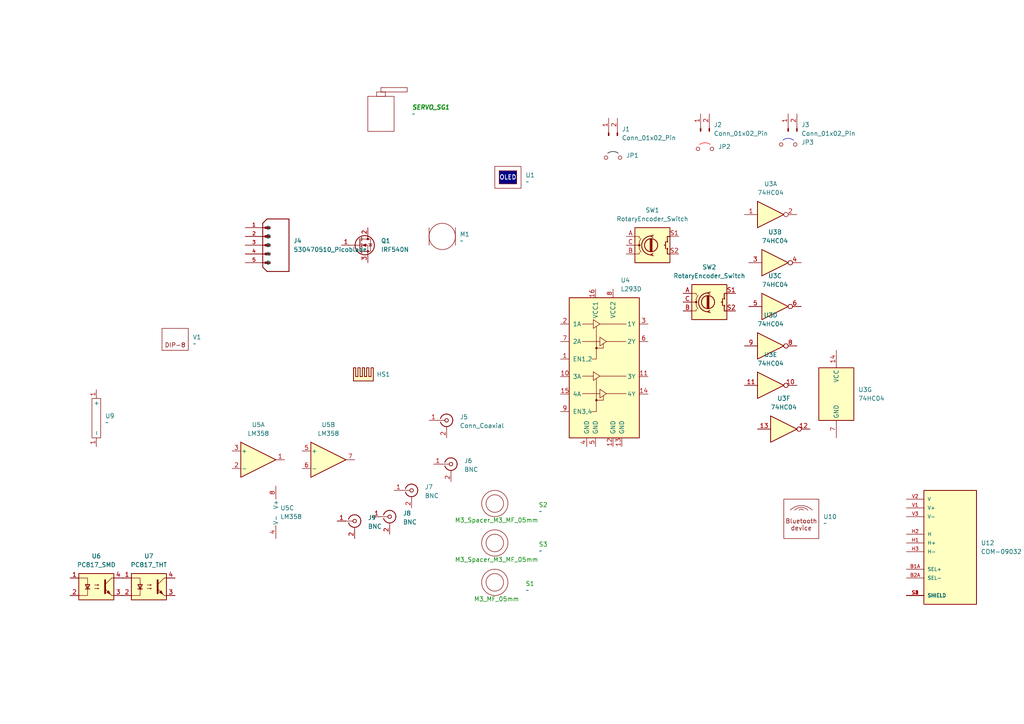
<source format=kicad_sch>
(kicad_sch (version 20231120) (generator "eeschema") (generator_version "8.0")
  (paper "A4")
  (lib_symbols
    (symbol "CREPP_AOP_THT:LM358" (pin_names (offset 0.127))
      (property "Reference" "U" (at 0 5.08 0))
      (property "Value" "LM358" (at 0 -5.08 0))
      (symbol "LM358_1_1"
        (polyline (pts (xy -5.08 5.08) (xy 5.08 0) (xy -5.08 -5.08) (xy -5.08 5.08)) (stroke (width 0.254)) (fill (type background)))
        (pin output line (at 7.62 0 180) (length 2.54) (name "~") (number "1"))
        (pin input line (at -7.62 -2.54 0) (length 2.54) (name "-") (number "2"))
        (pin input line (at -7.62 2.54 0) (length 2.54) (name "+") (number "3"))
      )
      (symbol "LM358_2_1"
        (polyline (pts (xy -5.08 5.08) (xy 5.08 0) (xy -5.08 -5.08) (xy -5.08 5.08)) (stroke (width 0.254)) (fill (type background)))
        (pin input line (at -7.62 2.54 0) (length 2.54) (name "+") (number "5"))
        (pin input line (at -7.62 -2.54 0) (length 2.54) (name "-") (number "6"))
        (pin output line (at 7.62 0 180) (length 2.54) (name "~") (number "7"))
      )
      (symbol "LM358_3_1"
        (pin power_in line (at -2.54 -7.62 90) (length 3.81) (name "V-") (number "4"))
        (pin power_in line (at -2.54 7.62 270) (length 3.81) (name "V+") (number "8"))
      )
    )
    (symbol "CREPP_Batteries:BK-18650-PC2_18650_Holder_THT [CREPP]"
      (property "Reference" "U" (at 0 -1.27 0))
      (symbol "BK-18650-PC2_18650_Holder_THT [CREPP]_0_1"
        (rectangle (start -1.27 2.54) (end 1.27 -8.89))
      )
      (symbol "BK-18650-PC2_18650_Holder_THT [CREPP]_1_1"
        (pin output line (at 0 5.08 270) (length 2.54) (name "+") (number "1"))
        (pin output line (at 0 -11.43 90) (length 2.54) (name "-") (number "1"))
      )
    )
    (symbol "CREPP_Bluetooth:Bluetooth HC-05 [CREPP_VIRTUAL]"
      (property "Reference" "U" (at -4.318 11.43 0))
      (symbol "Bluetooth HC-05 [CREPP_VIRTUAL]_0_1"
        (rectangle (start -5.08 10.16) (end 5.08 -1.27))
        (arc (start 0.635 6.985) (mid 0 7.248) (end -0.635 6.985))
        (arc (start 1.905 6.985) (mid 0 7.7741) (end -1.905 6.985))
        (arc (start 3.175 6.985) (mid 0 8.3001) (end -3.175 6.985))
      )
      (symbol "Bluetooth HC-05 [CREPP_VIRTUAL]_1_1"
        (text "Bluetooth\ndevice" (at 0 2.794 0) (effects (font (size 1.27 1.27))))
      )
    )
    (symbol "CREPP_Connectors_BNC:BNC" (pin_names (offset 1.016) hide)
      (property "Reference" "J" (at 0.254 3.048 0))
      (property "Value" "BNC" (at 2.921 0 90))
      (symbol "BNC_0_1"
        (arc (start -1.778 -0.508) (mid 0.2311 -1.8066) (end 1.778 0) (stroke (width 0.254)))
        (polyline (pts (xy -2.54 0) (xy -0.508 0)))
        (polyline (pts (xy 0 -2.54) (xy 0 -1.778)))
        (circle (center 0 0) (radius 0.508) (stroke (width 0.2032)))
        (arc (start 1.778 0) (mid 0.2099 1.8101) (end -1.778 0.508) (stroke (width 0.254)))
      )
      (symbol "BNC_1_1"
        (pin passive line (at -5.08 0 0) (length 2.54) (name "In") (number "1"))
        (pin passive line (at 0 -5.08 90) (length 2.54) (name "Ext") (number "2"))
      )
    )
    (symbol "CREPP_Connectors_PicoBlade:530470510_Picoblade" (pin_names (offset 1.016))
      (property "Reference" "J" (at 0 8.89 0))
      (property "Value" "530470510_Picoblade" (at 0 -10.16 0))
      (symbol "530470510_Picoblade_0_0"
        (polyline (pts (xy 0 -6.35) (xy 1.27 -7.62)) (stroke (width 0.254)))
        (polyline (pts (xy 0 -5.08) (xy 1.905 -5.08)) (stroke (width 0.254)))
        (polyline (pts (xy 0 -2.54) (xy 1.905 -2.54)) (stroke (width 0.254)))
        (polyline (pts (xy 0 0) (xy 1.905 0)) (stroke (width 0.254)))
        (polyline (pts (xy 0 2.54) (xy 1.905 2.54)) (stroke (width 0.254)))
        (polyline (pts (xy 0 5.08) (xy 1.905 5.08)) (stroke (width 0.254)))
        (polyline (pts (xy 0 6.35) (xy 0 -6.35)) (stroke (width 0.254)))
        (polyline (pts (xy 0 6.35) (xy 1.27 7.62)) (stroke (width 0.254)))
        (polyline (pts (xy 1.27 -7.62) (xy 7.62 -7.62)) (stroke (width 0.254)))
        (polyline (pts (xy 7.62 -7.62) (xy 7.62 7.62)) (stroke (width 0.254)))
        (polyline (pts (xy 7.62 7.62) (xy 1.27 7.62)) (stroke (width 0.254)))
        (rectangle (start 0.635 -5.3975) (end 2.2225 -4.7625) (stroke (width 0.1)) (fill (type outline)))
        (rectangle (start 0.635 -2.8575) (end 2.2225 -2.2225) (stroke (width 0.1)) (fill (type outline)))
        (rectangle (start 0.635 -0.3175) (end 2.2225 0.3175) (stroke (width 0.1)) (fill (type outline)))
        (rectangle (start 0.635 2.2225) (end 2.2225 2.8575) (stroke (width 0.1)) (fill (type outline)))
        (rectangle (start 0.635 4.7625) (end 2.2225 5.3975) (stroke (width 0.1)) (fill (type outline)))
        (pin passive line (at -5.08 5.08 0) (length 5.08) (name "1") (number "1"))
        (pin passive line (at -5.08 2.54 0) (length 5.08) (name "2") (number "2"))
        (pin passive line (at -5.08 0 0) (length 5.08) (name "3") (number "3"))
        (pin passive line (at -5.08 -2.54 0) (length 5.08) (name "4") (number "4"))
        (pin passive line (at -5.08 -5.08 0) (length 5.08) (name "5") (number "5"))
      )
    )
    (symbol "CREPP_Connectors_SMA:Conn_Coaxial" (pin_names (offset 1.016) hide)
      (property "Reference" "J" (at 0.254 3.048 0))
      (property "Value" "Conn_Coaxial" (at 2.921 0 90))
      (symbol "Conn_Coaxial_0_1"
        (arc (start -1.778 -0.508) (mid 0.2311 -1.8066) (end 1.778 0) (stroke (width 0.254)))
        (polyline (pts (xy -2.54 0) (xy -0.508 0)))
        (polyline (pts (xy 0 -2.54) (xy 0 -1.778)))
        (circle (center 0 0) (radius 0.508) (stroke (width 0.2032)))
        (arc (start 1.778 0) (mid 0.2099 1.8101) (end -1.778 0.508) (stroke (width 0.254)))
      )
      (symbol "Conn_Coaxial_1_1"
        (pin passive line (at -5.08 0 0) (length 2.54) (name "In") (number "1"))
        (pin passive line (at 0 -5.08 90) (length 2.54) (name "Ext") (number "2"))
      )
    )
    (symbol "CREPP_DIP:DIP-8-Device"
      (property "Reference" "V" (at 0 0 0))
      (symbol "DIP-8-Device_0_1"
        (rectangle (start -3.81 2.54) (end 3.81 -3.81))
      )
      (symbol "DIP-8-Device_1_1"
        (text "DIP-8" (at 0 -2.286 0) (effects (font (size 1.27 1.27))))
      )
    )
    (symbol "CREPP_Drivers_Motors:L293D_THT" (pin_names (offset 1.016))
      (property "Reference" "U" (at -5.08 26.035 0))
      (property "Value" "L293D" (at -5.08 24.13 0))
      (symbol "L293D_THT_0_1"
        (rectangle (start -10.16 22.86) (end 10.16 -17.78) (stroke (width 0.254)) (fill (type background)))
        (circle (center -2.286 -6.858) (radius 0.254) (fill (type outline)))
        (circle (center -2.286 8.255) (radius 0.254) (fill (type outline)))
        (polyline (pts (xy -6.35 -4.953) (xy -1.27 -4.953)))
        (polyline (pts (xy -6.35 0.127) (xy -3.175 0.127)))
        (polyline (pts (xy -6.35 10.16) (xy -1.27 10.16)))
        (polyline (pts (xy -6.35 15.24) (xy -3.175 15.24)))
        (polyline (pts (xy -1.27 0.127) (xy 6.35 0.127)))
        (polyline (pts (xy -1.27 15.24) (xy 6.35 15.24)))
        (polyline (pts (xy 0.635 -4.953) (xy 6.35 -4.953)))
        (polyline (pts (xy 0.635 10.16) (xy 6.35 10.16)))
        (polyline (pts (xy -2.286 -6.858) (xy -0.254 -6.858) (xy -0.254 -5.588)))
        (polyline (pts (xy -2.286 -0.635) (xy -2.286 -10.16) (xy -3.556 -10.16)))
        (polyline (pts (xy -2.286 8.255) (xy -0.254 8.255) (xy -0.254 9.525)))
        (polyline (pts (xy -2.286 14.478) (xy -2.286 5.08) (xy -3.556 5.08)))
        (polyline (pts (xy -3.175 1.397) (xy -3.175 -1.143) (xy -1.27 0.127) (xy -3.175 1.397)))
        (polyline (pts (xy -3.175 16.51) (xy -3.175 13.97) (xy -1.27 15.24) (xy -3.175 16.51)))
        (polyline (pts (xy -1.27 -3.683) (xy -1.27 -6.223) (xy 0.635 -4.953) (xy -1.27 -3.683)))
        (polyline (pts (xy -1.27 11.43) (xy -1.27 8.89) (xy 0.635 10.16) (xy -1.27 11.43)))
      )
      (symbol "L293D_THT_1_1"
        (pin input line (at -12.7 5.08 0) (length 2.54) (name "EN1,2") (number "1"))
        (pin input line (at -12.7 0 0) (length 2.54) (name "3A") (number "10"))
        (pin output line (at 12.7 0 180) (length 2.54) (name "3Y") (number "11"))
        (pin power_in line (at 2.54 -20.32 90) (length 2.54) (name "GND") (number "12"))
        (pin power_in line (at 5.08 -20.32 90) (length 2.54) (name "GND") (number "13"))
        (pin output line (at 12.7 -5.08 180) (length 2.54) (name "4Y") (number "14"))
        (pin input line (at -12.7 -5.08 0) (length 2.54) (name "4A") (number "15"))
        (pin power_in line (at -2.54 25.4 270) (length 2.54) (name "VCC1") (number "16"))
        (pin input line (at -12.7 15.24 0) (length 2.54) (name "1A") (number "2"))
        (pin output line (at 12.7 15.24 180) (length 2.54) (name "1Y") (number "3"))
        (pin power_in line (at -5.08 -20.32 90) (length 2.54) (name "GND") (number "4"))
        (pin power_in line (at -2.54 -20.32 90) (length 2.54) (name "GND") (number "5"))
        (pin output line (at 12.7 10.16 180) (length 2.54) (name "2Y") (number "6"))
        (pin input line (at -12.7 10.16 0) (length 2.54) (name "2A") (number "7"))
        (pin power_in line (at 2.54 25.4 270) (length 2.54) (name "VCC2") (number "8"))
        (pin input line (at -12.7 -10.16 0) (length 2.54) (name "EN3,4") (number "9"))
      )
    )
    (symbol "CREPP_GNSS:MAX-8Q"
      (property "Reference" "U" (at -10.16 16.51 0))
      (property "Value" "MAX-8Q" (at 11.43 16.51 0))
      (symbol "MAX-8Q_0_1"
        (rectangle (start 12.7 15.24) (end -12.7 -15.24) (stroke (width 0.254)) (fill (type background)))
      )
      (symbol "MAX-8Q_1_1"
        (pin power_in line (at 0 -17.78 90) (length 2.54) (name "GND") (number "1"))
        (pin passive line (at 0 -17.78 90) (length 2.54) hide (name "GND") (number "10"))
        (pin input line (at 15.24 0 180) (length 2.54) (name "RF_IN") (number "11"))
        (pin passive line (at 0 -17.78 90) (length 2.54) hide (name "GND") (number "12"))
        (pin output line (at 15.24 5.08 180) (length 2.54) (name "LNA_EN") (number "13"))
        (pin power_out line (at 5.08 17.78 270) (length 2.54) (name "VCC_RF") (number "14"))
        (pin no_connect line (at 12.7 -5.08 180) (length 2.54) hide (name "Reserved") (number "15"))
        (pin bidirectional line (at -15.24 2.54 0) (length 2.54) (name "SDA") (number "16"))
        (pin input line (at -15.24 0 0) (length 2.54) (name "SCL") (number "17"))
        (pin input line (at -15.24 -7.62 0) (length 2.54) (name "~{SAFEBOOT}") (number "18"))
        (pin output line (at -15.24 7.62 0) (length 2.54) (name "TXD") (number "2"))
        (pin input line (at -15.24 10.16 0) (length 2.54) (name "RXD") (number "3"))
        (pin output line (at 15.24 -7.62 180) (length 2.54) (name "TIMEPULSE") (number "4"))
        (pin input line (at -15.24 -5.08 0) (length 2.54) (name "EXTINT") (number "5"))
        (pin power_in line (at 0 17.78 270) (length 2.54) (name "V_BCKP") (number "6"))
        (pin power_in line (at -2.54 17.78 270) (length 2.54) (name "VCC_IO") (number "7"))
        (pin power_in line (at -5.08 17.78 270) (length 2.54) (name "VCC") (number "8"))
        (pin input line (at -15.24 -10.16 0) (length 2.54) (name "~{RESET}") (number "9"))
      )
    )
    (symbol "CREPP_GNSS:NEO-M8Q "
      (property "Reference" "U" (at -13.97 21.59 0))
      (property "Value" "NEO-M8Q " (at 11.43 21.59 0))
      (symbol "NEO-M8Q _0_1"
        (rectangle (start -15.24 20.32) (end 15.24 -20.32) (stroke (width 0.254)) (fill (type background)))
      )
      (symbol "NEO-M8Q _1_1"
        (pin input line (at -17.78 -12.7 0) (length 2.54) (name "~{SAFEBOOT}") (number "1"))
        (pin power_in line (at 0 -22.86 90) (length 2.54) (name "GND") (number "10"))
        (pin input line (at 17.78 0 180) (length 2.54) (name "RF_IN") (number "11"))
        (pin passive line (at 0 -22.86 90) (length 2.54) hide (name "GND") (number "12"))
        (pin passive line (at 0 -22.86 90) (length 2.54) hide (name "GND") (number "13"))
        (pin output line (at 17.78 5.08 180) (length 2.54) (name "LNA_EN") (number "14"))
        (pin no_connect line (at 15.24 -10.16 180) (length 2.54) hide (name "RESERVED") (number "15"))
        (pin no_connect line (at 15.24 -12.7 180) (length 2.54) hide (name "RESERVED") (number "16"))
        (pin no_connect line (at 15.24 -15.24 180) (length 2.54) hide (name "RESERVED") (number "17"))
        (pin bidirectional line (at -17.78 0 0) (length 2.54) (name "SDA/~{SPI_CS}") (number "18"))
        (pin input line (at -17.78 -2.54 0) (length 2.54) (name "SCL/SPI_CLK") (number "19"))
        (pin input line (at -17.78 -17.78 0) (length 2.54) (name "D_SEL") (number "2"))
        (pin output line (at -17.78 7.62 0) (length 2.54) (name "TXD/SPI_MISO") (number "20"))
        (pin input line (at -17.78 5.08 0) (length 2.54) (name "RXD/SPI_MOSI") (number "21"))
        (pin power_in line (at -2.54 22.86 270) (length 2.54) (name "V_BCKP") (number "22"))
        (pin power_in line (at -5.08 22.86 270) (length 2.54) (name "VCC") (number "23"))
        (pin passive line (at 0 -22.86 90) (length 2.54) hide (name "GND") (number "24"))
        (pin output line (at 17.78 -7.62 180) (length 2.54) (name "TIMEPULSE") (number "3"))
        (pin input line (at -17.78 -7.62 0) (length 2.54) (name "EXTINT") (number "4"))
        (pin bidirectional line (at -17.78 15.24 0) (length 2.54) (name "USB_DM") (number "5"))
        (pin bidirectional line (at -17.78 12.7 0) (length 2.54) (name "USB_DP") (number "6"))
        (pin power_in line (at 0 22.86 270) (length 2.54) (name "VDD_USB") (number "7"))
        (pin input line (at -17.78 -15.24 0) (length 2.54) (name "~{RESET}") (number "8"))
        (pin power_out line (at 5.08 22.86 270) (length 2.54) (name "VCC_RF") (number "9"))
      )
    )
    (symbol "CREPP_Heatsinks:Heatsink" (pin_names (offset 1.016)) (exclude_from_sim yes)
      (property "Reference" "HS" (at 0 5.08 0))
      (symbol "Heatsink_0_1"
        (polyline (pts (xy -0.3302 1.27) (xy -0.9652 1.27) (xy -0.9652 3.81) (xy -1.6002 3.81) (xy -1.6002 1.27) (xy -2.2352 1.27) (xy -2.2352 3.81) (xy -2.8702 3.81) (xy -2.8702 0) (xy -0.9652 0)) (stroke (width 0.254)) (fill (type background)))
        (polyline (pts (xy -0.3302 1.27) (xy -0.3302 3.81) (xy 0.3048 3.81) (xy 0.3048 1.27) (xy 0.9398 1.27) (xy 0.9398 3.81) (xy 1.5748 3.81) (xy 1.5748 1.27) (xy 2.2098 1.27) (xy 2.2098 3.81) (xy 2.8448 3.81) (xy 2.8448 0) (xy -0.9652 0)) (stroke (width 0.254)) (fill (type background)))
      )
    )
    (symbol "CREPP_Joysticks:COM-09032" (pin_names (offset 1.016))
      (property "Reference" "U" (at -7.62 16.002 0))
      (property "Value" "COM-09032" (at -7.62 -20.32 0))
      (symbol "COM-09032_0_0"
        (rectangle (start -7.62 -17.78) (end 7.62 15.24) (stroke (width 0.254)) (fill (type background)))
        (pin passive line (at -12.7 -7.62 0) (length 5.08) (name "SEL+") (number "B1A"))
        (pin passive line (at -12.7 -10.16 0) (length 5.08) (name "SEL-") (number "B2A"))
        (pin passive line (at -12.7 0 0) (length 5.08) (name "H+") (number "H1"))
        (pin passive line (at -12.7 2.54 0) (length 5.08) (name "H") (number "H2"))
        (pin passive line (at -12.7 -2.54 0) (length 5.08) (name "H-") (number "H3"))
        (pin passive line (at -12.7 -15.24 0) (length 5.08) (name "SHIELD") (number "S1"))
        (pin passive line (at -12.7 -15.24 0) (length 5.08) (name "SHIELD") (number "S2"))
        (pin passive line (at -12.7 -15.24 0) (length 5.08) (name "SHIELD") (number "S3"))
        (pin passive line (at -12.7 -15.24 0) (length 5.08) (name "SHIELD") (number "S4"))
        (pin passive line (at -12.7 10.16 0) (length 5.08) (name "V+") (number "V1"))
        (pin passive line (at -12.7 12.7 0) (length 5.08) (name "V") (number "V2"))
        (pin passive line (at -12.7 7.62 0) (length 5.08) (name "V-") (number "V3"))
      )
    )
    (symbol "CREPP_Jumpers:Jumper_2.54mm_black" (pin_numbers hide) (pin_names (offset 0) hide) (exclude_from_sim yes)
      (property "Reference" "JP" (at 0 2.794 0))
      (symbol "Jumper_2.54mm_black_0_0"
        (circle (center -2.032 0) (radius 0.508))
        (circle (center 2.032 0) (radius 0.508))
      )
      (symbol "Jumper_2.54mm_black_1_1"
        (arc (start 1.524 1.27) (mid 0 1.778) (end -1.524 1.27) (stroke (width 0) (color 0 0 0 1)))
      )
    )
    (symbol "CREPP_Jumpers:Jumper_2.54mm_blue" (pin_numbers hide) (pin_names (offset 0) hide) (exclude_from_sim yes)
      (property "Reference" "JP" (at 0 2.794 0))
      (symbol "Jumper_2.54mm_blue_0_0"
        (circle (center -2.032 0) (radius 0.508))
        (circle (center 2.032 0) (radius 0.508))
      )
      (symbol "Jumper_2.54mm_blue_1_1"
        (arc (start 1.524 1.27) (mid 0 1.778) (end -1.524 1.27) (stroke (width 0) (color 0 0 194 1)))
      )
    )
    (symbol "CREPP_Jumpers:Jumper_2.54mm_red" (pin_numbers hide) (pin_names (offset 0) hide) (exclude_from_sim yes)
      (property "Reference" "JP" (at 0 2.794 0))
      (symbol "Jumper_2.54mm_red_0_0"
        (circle (center -2.032 0) (radius 0.508))
        (circle (center 2.032 0) (radius 0.508))
      )
      (symbol "Jumper_2.54mm_red_1_1"
        (arc (start 1.524 1.27) (mid 0 1.778) (end -1.524 1.27) (stroke (width 0) (color 255 0 0 1)))
      )
    )
    (symbol "CREPP_Logic:74HC04_THT"
      (property "Reference" "U" (at 0 1.27 0))
      (property "Value" "74HC04" (at 0 -1.27 0))
      (symbol "74HC04_THT_1_0"
        (polyline (pts (xy -3.81 3.81) (xy -3.81 -3.81) (xy 3.81 0) (xy -3.81 3.81)) (stroke (width 0.254)) (fill (type background)))
        (pin input line (at -7.62 0 0) (length 3.81) (name "~") (number "1"))
        (pin output inverted (at 7.62 0 180) (length 3.81) (name "~") (number "2"))
      )
      (symbol "74HC04_THT_2_0"
        (polyline (pts (xy -3.81 3.81) (xy -3.81 -3.81) (xy 3.81 0) (xy -3.81 3.81)) (stroke (width 0.254)) (fill (type background)))
        (pin input line (at -7.62 0 0) (length 3.81) (name "~") (number "3"))
        (pin output inverted (at 7.62 0 180) (length 3.81) (name "~") (number "4"))
      )
      (symbol "74HC04_THT_3_0"
        (polyline (pts (xy -3.81 3.81) (xy -3.81 -3.81) (xy 3.81 0) (xy -3.81 3.81)) (stroke (width 0.254)) (fill (type background)))
        (pin input line (at -7.62 0 0) (length 3.81) (name "~") (number "5"))
        (pin output inverted (at 7.62 0 180) (length 3.81) (name "~") (number "6"))
      )
      (symbol "74HC04_THT_4_0"
        (polyline (pts (xy -3.81 3.81) (xy -3.81 -3.81) (xy 3.81 0) (xy -3.81 3.81)) (stroke (width 0.254)) (fill (type background)))
        (pin output inverted (at 7.62 0 180) (length 3.81) (name "~") (number "8"))
        (pin input line (at -7.62 0 0) (length 3.81) (name "~") (number "9"))
      )
      (symbol "74HC04_THT_5_0"
        (polyline (pts (xy -3.81 3.81) (xy -3.81 -3.81) (xy 3.81 0) (xy -3.81 3.81)) (stroke (width 0.254)) (fill (type background)))
        (pin output inverted (at 7.62 0 180) (length 3.81) (name "~") (number "10"))
        (pin input line (at -7.62 0 0) (length 3.81) (name "~") (number "11"))
      )
      (symbol "74HC04_THT_6_0"
        (polyline (pts (xy -3.81 3.81) (xy -3.81 -3.81) (xy 3.81 0) (xy -3.81 3.81)) (stroke (width 0.254)) (fill (type background)))
        (pin output inverted (at 7.62 0 180) (length 3.81) (name "~") (number "12"))
        (pin input line (at -7.62 0 0) (length 3.81) (name "~") (number "13"))
      )
      (symbol "74HC04_THT_7_0"
        (pin power_in line (at 0 12.7 270) (length 5.08) (name "VCC") (number "14"))
        (pin power_in line (at 0 -12.7 90) (length 5.08) (name "GND") (number "7"))
      )
      (symbol "74HC04_THT_7_1"
        (rectangle (start -5.08 7.62) (end 5.08 -7.62) (stroke (width 0.254)) (fill (type background)))
      )
    )
    (symbol "CREPP_Motors:Motor_3V_6V"
      (property "Reference" "M" (at 0 0 0))
      (symbol "Motor_3V_6V_0_1"
        (polyline (pts (xy -3.81 2.54) (xy -3.81 -2.54)))
        (polyline (pts (xy 3.81 2.54) (xy 3.81 -2.54)))
        (circle (center 0 0) (radius 3.81))
      )
    )
    (symbol "CREPP_Optocoupler:PC817_SMD" (pin_names (offset 1.016))
      (property "Reference" "U" (at -5.08 5.08 0))
      (property "Value" "PC817_SMD" (at 0 5.08 0))
      (symbol "PC817_SMD_0_1"
        (rectangle (start -5.08 3.81) (end 5.08 -3.81) (stroke (width 0.254)) (fill (type background)))
        (polyline (pts (xy -3.175 -0.635) (xy -1.905 -0.635)) (stroke (width 0.254)))
        (polyline (pts (xy 2.54 0.635) (xy 4.445 2.54)))
        (polyline (pts (xy 4.445 -2.54) (xy 2.54 -0.635)) (fill (type outline)))
        (polyline (pts (xy 4.445 -2.54) (xy 5.08 -2.54)))
        (polyline (pts (xy 4.445 2.54) (xy 5.08 2.54)))
        (polyline (pts (xy -5.08 2.54) (xy -2.54 2.54) (xy -2.54 -0.635)))
        (polyline (pts (xy -2.54 -0.635) (xy -2.54 -2.54) (xy -5.08 -2.54)))
        (polyline (pts (xy 2.54 1.905) (xy 2.54 -1.905) (xy 2.54 -1.905)) (stroke (width 0.508)))
        (polyline (pts (xy -2.54 -0.635) (xy -3.175 0.635) (xy -1.905 0.635) (xy -2.54 -0.635)) (stroke (width 0.254)))
        (polyline (pts (xy -0.508 -0.508) (xy 0.762 -0.508) (xy 0.381 -0.635) (xy 0.381 -0.381) (xy 0.762 -0.508)))
        (polyline (pts (xy -0.508 0.508) (xy 0.762 0.508) (xy 0.381 0.381) (xy 0.381 0.635) (xy 0.762 0.508)))
        (polyline (pts (xy 3.048 -1.651) (xy 3.556 -1.143) (xy 4.064 -2.159) (xy 3.048 -1.651) (xy 3.048 -1.651)) (fill (type outline)))
      )
      (symbol "PC817_SMD_1_1"
        (pin passive line (at -7.62 2.54 0) (length 2.54) (name "~") (number "1"))
        (pin passive line (at -7.62 -2.54 0) (length 2.54) (name "~") (number "2"))
        (pin passive line (at 7.62 -2.54 180) (length 2.54) (name "~") (number "3"))
        (pin passive line (at 7.62 2.54 180) (length 2.54) (name "~") (number "4"))
      )
    )
    (symbol "CREPP_Optocoupler:PC817_THT" (pin_names (offset 1.016))
      (property "Reference" "U" (at -5.08 5.08 0))
      (property "Value" "PC817_THT" (at 0 5.08 0))
      (symbol "PC817_THT_0_1"
        (rectangle (start -5.08 3.81) (end 5.08 -3.81) (stroke (width 0.254)) (fill (type background)))
        (polyline (pts (xy -3.175 -0.635) (xy -1.905 -0.635)) (stroke (width 0.254)))
        (polyline (pts (xy 2.54 0.635) (xy 4.445 2.54)))
        (polyline (pts (xy 4.445 -2.54) (xy 2.54 -0.635)) (fill (type outline)))
        (polyline (pts (xy 4.445 -2.54) (xy 5.08 -2.54)))
        (polyline (pts (xy 4.445 2.54) (xy 5.08 2.54)))
        (polyline (pts (xy -5.08 2.54) (xy -2.54 2.54) (xy -2.54 -0.635)))
        (polyline (pts (xy -2.54 -0.635) (xy -2.54 -2.54) (xy -5.08 -2.54)))
        (polyline (pts (xy 2.54 1.905) (xy 2.54 -1.905) (xy 2.54 -1.905)) (stroke (width 0.508)))
        (polyline (pts (xy -2.54 -0.635) (xy -3.175 0.635) (xy -1.905 0.635) (xy -2.54 -0.635)) (stroke (width 0.254)))
        (polyline (pts (xy -0.508 -0.508) (xy 0.762 -0.508) (xy 0.381 -0.635) (xy 0.381 -0.381) (xy 0.762 -0.508)))
        (polyline (pts (xy -0.508 0.508) (xy 0.762 0.508) (xy 0.381 0.381) (xy 0.381 0.635) (xy 0.762 0.508)))
        (polyline (pts (xy 3.048 -1.651) (xy 3.556 -1.143) (xy 4.064 -2.159) (xy 3.048 -1.651) (xy 3.048 -1.651)) (fill (type outline)))
      )
      (symbol "PC817_THT_1_1"
        (pin passive line (at -7.62 2.54 0) (length 2.54) (name "~") (number "1"))
        (pin passive line (at -7.62 -2.54 0) (length 2.54) (name "~") (number "2"))
        (pin passive line (at 7.62 -2.54 180) (length 2.54) (name "~") (number "3"))
        (pin passive line (at 7.62 2.54 180) (length 2.54) (name "~") (number "4"))
      )
    )
    (symbol "CREPP_RotaryEncoders:RotaryEncoder_Switch" (pin_names (offset 0.254) hide)
      (property "Reference" "SW" (at 0 6.604 0))
      (property "Value" "RotaryEncoder_Switch" (at 0 -6.604 0))
      (symbol "RotaryEncoder_Switch_0_1"
        (rectangle (start -5.08 5.08) (end 5.08 -5.08) (stroke (width 0.254)) (fill (type background)))
        (circle (center -3.81 0) (radius 0.254) (fill (type outline)))
        (circle (center -0.381 0) (radius 1.905) (stroke (width 0.254)))
        (arc (start -0.381 2.667) (mid -3.0988 -0.0635) (end -0.381 -2.794) (stroke (width 0.254)))
        (polyline (pts (xy -0.635 -1.778) (xy -0.635 1.778)) (stroke (width 0.254)))
        (polyline (pts (xy -0.381 -1.778) (xy -0.381 1.778)) (stroke (width 0.254)))
        (polyline (pts (xy -0.127 1.778) (xy -0.127 -1.778)) (stroke (width 0.254)))
        (polyline (pts (xy 3.81 0) (xy 3.429 0)) (stroke (width 0.254)))
        (polyline (pts (xy 3.81 1.016) (xy 3.81 -1.016)) (stroke (width 0.254)))
        (polyline (pts (xy -5.08 -2.54) (xy -3.81 -2.54) (xy -3.81 -2.032)))
        (polyline (pts (xy -5.08 2.54) (xy -3.81 2.54) (xy -3.81 2.032)))
        (polyline (pts (xy 0.254 -3.048) (xy -0.508 -2.794) (xy 0.127 -2.413)) (stroke (width 0.254)))
        (polyline (pts (xy 0.254 2.921) (xy -0.508 2.667) (xy 0.127 2.286)) (stroke (width 0.254)))
        (polyline (pts (xy 5.08 -2.54) (xy 4.318 -2.54) (xy 4.318 -1.016)) (stroke (width 0.254)))
        (polyline (pts (xy 5.08 2.54) (xy 4.318 2.54) (xy 4.318 1.016)) (stroke (width 0.254)))
        (polyline (pts (xy -5.08 0) (xy -3.81 0) (xy -3.81 -1.016) (xy -3.302 -2.032)))
        (polyline (pts (xy -4.318 0) (xy -3.81 0) (xy -3.81 1.016) (xy -3.302 2.032)))
        (circle (center 4.318 -1.016) (radius 0.127) (stroke (width 0.254)))
        (circle (center 4.318 1.016) (radius 0.127) (stroke (width 0.254)))
      )
      (symbol "RotaryEncoder_Switch_1_1"
        (pin passive line (at -7.62 2.54 0) (length 2.54) (name "A") (number "A"))
        (pin passive line (at -7.62 -2.54 0) (length 2.54) (name "B") (number "B"))
        (pin passive line (at -7.62 0 0) (length 2.54) (name "C") (number "C"))
        (pin passive line (at 7.62 2.54 180) (length 2.54) (name "S1") (number "S1"))
        (pin passive line (at 7.62 -2.54 180) (length 2.54) (name "S2") (number "S2"))
      )
    )
    (symbol "CREPP_Screens:OLED_SSD1306_0.96"
      (property "Reference" "OLED" (at -3.302 4.826 0))
      (symbol "OLED_SSD1306_0.96_0_1"
        (rectangle (start -3.81 3.81) (end 3.81 -2.54))
      )
      (symbol "OLED_SSD1306_0.96_1_1"
        (text "OLED" (at 0 0.762 0) (effects (font (size 1.27 1.27))))
        (text_box "OLED" (at -2.54 2.54 0) (size 5.08 -3.81) (fill (type color) (color 0 0 132 1)) (effects (font (size 1.27 1.27))))
      )
    )
    (symbol "CREPP_Servomotors:Servomotor_SG90" (exclude_from_sim yes)
      (property "Reference" "SERVO_SG90" (at -0.254 -5.334 0))
      (symbol "Servomotor_SG90_0_1"
        (rectangle (start -3.81 -3.81) (end 3.81 6.35))
        (polyline (pts (xy 0 7.62) (xy 7.62 7.62) (xy 7.62 8.89) (xy 0 8.89) (xy 0 7.62)))
        (polyline (pts (xy 0 7.62) (xy -1.27 7.62) (xy -1.27 6.35) (xy 1.27 6.35) (xy 1.27 7.62) (xy 0 7.62)))
      )
    )
    (symbol "CREPP_Spacers:Spacer_M3_05mm_MF"
      (property "Reference" "S" (at 0 0 0))
      (symbol "Spacer_M3_05mm_MF_0_1"
        (circle (center 0 0) (radius 2.54))
        (circle (center 0 0) (radius 3.81))
      )
      (symbol "Spacer_M3_05mm_MF_1_1"
        (text "M3_MF_05mm" (at 0.508 -4.826 0) (effects (font (size 1.27 1.27))))
      )
    )
    (symbol "CREPP_Spacers:Spacer_M3_Parametric"
      (property "Reference" "S" (at 0 0 0))
      (symbol "Spacer_M3_Parametric_0_1"
        (circle (center 0 0) (radius 2.54))
        (circle (center 0 0) (radius 3.81))
      )
      (symbol "Spacer_M3_Parametric_1_1"
        (text "M3_${FOOTPRINT_NAME}" (at 0.508 -4.826 0) (effects (font (size 1.27 1.27))))
      )
    )
    (symbol "Connector:Conn_01x02_Pin" (pin_names (offset 1.016) hide)
      (property "Reference" "J" (at 0 2.54 0))
      (property "Value" "Conn_01x02_Pin" (at 0 -5.08 0))
      (symbol "Conn_01x02_Pin_1_1"
        (polyline (pts (xy 1.27 -2.54) (xy 0.8636 -2.54)) (stroke (width 0.1524)))
        (polyline (pts (xy 1.27 0) (xy 0.8636 0)) (stroke (width 0.1524)))
        (rectangle (start 0.8636 -2.413) (end 0 -2.667) (stroke (width 0.1524)) (fill (type outline)))
        (rectangle (start 0.8636 0.127) (end 0 -0.127) (stroke (width 0.1524)) (fill (type outline)))
        (pin passive line (at 5.08 0 180) (length 3.81) (name "Pin_1") (number "1"))
        (pin passive line (at 5.08 -2.54 180) (length 3.81) (name "Pin_2") (number "2"))
      )
    )
    (symbol "Transistor_FET:IRF540N" (pin_names hide)
      (property "Reference" "Q" (at 5.08 1.905 0))
      (property "Value" "IRF540N" (at 5.08 0 0))
      (symbol "IRF540N_0_1"
        (polyline (pts (xy 0.254 0) (xy -2.54 0)))
        (polyline (pts (xy 0.254 1.905) (xy 0.254 -1.905)) (stroke (width 0.254)))
        (polyline (pts (xy 0.762 -1.27) (xy 0.762 -2.286)) (stroke (width 0.254)))
        (polyline (pts (xy 0.762 0.508) (xy 0.762 -0.508)) (stroke (width 0.254)))
        (polyline (pts (xy 0.762 2.286) (xy 0.762 1.27)) (stroke (width 0.254)))
        (polyline (pts (xy 2.54 2.54) (xy 2.54 1.778)))
        (polyline (pts (xy 2.54 -2.54) (xy 2.54 0) (xy 0.762 0)))
        (polyline (pts (xy 0.762 -1.778) (xy 3.302 -1.778) (xy 3.302 1.778) (xy 0.762 1.778)))
        (polyline (pts (xy 1.016 0) (xy 2.032 0.381) (xy 2.032 -0.381) (xy 1.016 0)) (fill (type outline)))
        (polyline (pts (xy 2.794 0.508) (xy 2.921 0.381) (xy 3.683 0.381) (xy 3.81 0.254)))
        (polyline (pts (xy 3.302 0.381) (xy 2.921 -0.254) (xy 3.683 -0.254) (xy 3.302 0.381)))
        (circle (center 1.651 0) (radius 2.794) (stroke (width 0.254)))
        (circle (center 2.54 -1.778) (radius 0.254) (fill (type outline)))
        (circle (center 2.54 1.778) (radius 0.254) (fill (type outline)))
      )
      (symbol "IRF540N_1_1"
        (pin input line (at -5.08 0 0) (length 2.54) (name "G") (number "1"))
        (pin passive line (at 2.54 5.08 270) (length 2.54) (name "D") (number "2"))
        (pin passive line (at 2.54 -5.08 90) (length 2.54) (name "S") (number "3"))
      )
    )
  )
  (symbol (lib_id "CREPP_Servomotors:Servomotor_SG90") (at 110.49 34.29 0) (unit 1) (exclude_from_sim yes)
    (property "Reference" "SERVO_SG1" (at 119.38 31.115 0) (effects (font (bold yes) (italic yes)) (justify left)))
    (property "Value" "~" (at 119.38 33.02 0) (effects (justify left)))
    (property "Footprint" "CREPP_Servo:SG90_Servo" (effects (hide yes)))
    (property "Datasheet" "https://www.friendlywire.com/projects/ne555-servo-safe/SG90-datasheet.pdf" (effects (hide yes)))
  )
  (symbol (lib_id "Connector:Conn_01x02_Pin") (at 228.6 38.1 90) (unit 1)
    (property "Reference" "J3" (at 232.41 36.1949 90) (effects (justify right)))
    (property "Value" "Conn_01x02_Pin" (at 232.41 38.7349 90) (effects (justify right)))
    (property "Footprint" "Connector_PinHeader_2.54mm:PinHeader_1x02_P2.54mm_Vertical" (effects (hide yes)))
    (property "Description" "Generic connector, single row, 01x02, script generated" (effects (hide yes)))
  )
  (symbol (lib_id "CREPP_Optocoupler:PC817_SMD") (at 27.94 170.18 0) (unit 1)
    (property "Reference" "U6" (at 27.94 161.29 0))
    (property "Value" "PC817_SMD" (at 27.94 163.83 0))
    (property "Footprint" "Package_DIP:SMDIP-4_W9.53mm" (effects (hide yes)))
    (property "Datasheet" "http://www.soselectronic.cz/a_info/resource/d/pc817.pdf" (effects (hide yes)))
    (property "Description" "DC Optocoupler, Vce 35V, CTR 50-300%, SMDIP-4" (effects (hide yes)))
  )
  (symbol (lib_id "CREPP_GNSS:NEO-M8Q ") (at -19.05 33.02 0) (unit 1)
    (property "Reference" "U8" (at -16.8559 55.88 0) (effects (justify left)))
    (property "Value" "NEO-M8Q " (at -16.8559 58.42 0) (effects (justify left)))
    (property "Footprint" "CREPP_GNSS:ublox_NEO" (effects (hide yes)))
    (property "Datasheet" "https://content.u-blox.com/sites/default/files/NEO-M8-FW3_DataSheet_UBX-15031086.pdf" (effects (hide yes)))
    (property "Description" "GNSS Module NEO M8, VCC 2.7V to 3.6V" (effects (hide yes)))
  )
  (symbol (lib_id "CREPP_DIP:DIP-8-Device") (at 50.8 97.79 0) (unit 1)
    (property "Reference" "V1" (at 55.88 97.7899 0) (effects (justify left)))
    (property "Value" "~" (at 55.88 99.695 0) (effects (justify left)))
    (property "Footprint" "CREPP_DIP:DIP-8_W7.62mm" (effects (hide yes)))
  )
  (symbol (lib_id "CREPP_Spacers:Spacer_M3_05mm_MF") (at 143.51 168.91 0) (unit 1)
    (property "Reference" "S1" (at 152.4 169.2937 0) (effects (justify left)))
    (property "Value" "~" (at 152.4 171.1988 0) (effects (justify left)))
    (property "Footprint" "CREPP_Spacers:Spacer_M3_MF_05mm" (effects (hide yes)))
  )
  (symbol (lib_id "CREPP_AOP_THT:LM358") (at 74.93 133.35 0) (unit 1)
    (property "Reference" "U5" (at 74.93 123.19 0))
    (property "Value" "LM358" (at 74.93 125.73 0))
    (property "Footprint" "Package_DIP:DIP-8_W7.62mm_Socket" (effects (hide yes)))
    (property "Datasheet" "http://www.ti.com/lit/ds/symlink/lm2904-n.pdf" (effects (hide yes)))
    (property "Description" "Low-Power, Dual Operational Amplifiers, DIP-8/SOIC-8/TO-99-8" (effects (hide yes)))
  )
  (symbol (lib_id "CREPP_Logic:74HC04_THT") (at 223.52 62.23 0) (unit 1)
    (property "Reference" "U3" (at 223.52 53.34 0))
    (property "Value" "74HC04" (at 223.52 55.88 0))
    (property "Footprint" "Package_DIP:DIP-14_W7.62mm_Socket" (effects (hide yes)))
    (property "Datasheet" "https://assets.nexperia.com/documents/data-sheet/74HC_HCT04.pdf" (effects (hide yes)))
    (property "Description" "Hex Inverter" (effects (hide yes)))
  )
  (symbol (lib_id "CREPP_Jumpers:Jumper_2.54mm_blue") (at 228.6 41.91 0) (unit 1) (exclude_from_sim yes)
    (property "Reference" "JP3" (at 232.41 41.2749 0) (effects (justify left)))
    (property "Value" "Jumper_2.54mm_blue" (effects (hide yes)))
    (property "Footprint" "CREPP_Jumpers:Jumper_2.54mm_blue" (effects (hide yes)))
    (property "Description" "Jumper, 2-pole, open" (effects (hide yes)))
  )
  (symbol (lib_id "Connector:Conn_01x02_Pin") (at 203.2 38.1 90) (unit 1)
    (property "Reference" "J2" (at 207.01 36.1949 90) (effects (justify right)))
    (property "Value" "Conn_01x02_Pin" (at 207.01 38.7349 90) (effects (justify right)))
    (property "Footprint" "Connector_PinHeader_2.54mm:PinHeader_1x02_P2.54mm_Vertical" (effects (hide yes)))
    (property "Description" "Generic connector, single row, 01x02, script generated" (effects (hide yes)))
  )
  (symbol (lib_id "CREPP_Logic:74HC04_THT") (at 242.57 114.3 0) (unit 7)
    (property "Reference" "U3" (at 248.92 113.0299 0) (effects (justify left)))
    (property "Value" "74HC04" (at 248.92 115.5699 0) (effects (justify left)))
    (property "Footprint" "Package_DIP:DIP-14_W7.62mm_Socket" (effects (hide yes)))
    (property "Datasheet" "https://assets.nexperia.com/documents/data-sheet/74HC_HCT04.pdf" (effects (hide yes)))
    (property "Description" "Hex Inverter" (effects (hide yes)))
  )
  (symbol (lib_id "CREPP_Joysticks:COM-09032") (at -22.86 139.7 0) (unit 1)
    (property "Reference" "U2" (at -12.7 139.6999 0) (effects (justify left)))
    (property "Value" "COM-09032" (at -12.7 142.2399 0) (effects (justify left)))
    (property "Footprint" "CREPP_Joysticks:XDCR_COM-09032" (effects (hide yes)))
    (property "MF" "SparkFun Electronics" (effects (hide yes)))
    (property "MAXIMUM_PACKAGE_HEIGHT" "30.1mm" (effects (hide yes)))
    (property "Package" "Package" (effects (hide yes)))
    (property "Price" "None" (effects (hide yes)))
    (property "Check_prices" "https://www.snapeda.com/parts/COM-09032/SparkFun/view-part/?ref=eda" (effects (hide yes)))
    (property "STANDARD" "Manufacturer Recommendations" (effects (hide yes)))
    (property "PARTREV" "N/A" (effects (hide yes)))
    (property "SnapEDA_Link" "https://www.snapeda.com/parts/COM-09032/SparkFun/view-part/?ref=snap" (effects (hide yes)))
    (property "MP" "COM-09032" (effects (hide yes)))
    (property "Description_1" "\n                        \n                            Joystick, 2 - Axis Analog (Resistive) Output\n                        \n" (effects (hide yes)))
    (property "Availability" "In Stock" (effects (hide yes)))
    (property "MANUFACTURER" "SparkFun Electronics" (effects (hide yes)))
  )
  (symbol (lib_id "CREPP_Jumpers:Jumper_2.54mm_black") (at 177.8 45.72 0) (unit 1) (exclude_from_sim yes)
    (property "Reference" "JP1" (at 181.61 45.0849 0) (effects (justify left)))
    (property "Value" "Jumper_2.54mm_black" (effects (hide yes)))
    (property "Footprint" "CREPP_Jumpers:Jumper_2.54mm_black" (effects (hide yes)))
    (property "Description" "Jumper, 2-pole, open" (effects (hide yes)))
  )
  (symbol (lib_id "CREPP_GNSS:MAX-8Q") (at -20.32 82.55 0) (unit 1)
    (property "Reference" "U11" (at -18.1259 100.33 0) (effects (justify left)))
    (property "Value" "MAX-8Q" (at -18.1259 102.87 0) (effects (justify left)))
    (property "Footprint" "CREPP_GNSS:ublox_MAX" (effects (hide yes)))
    (property "Datasheet" "https://www.u-blox.com/sites/default/files/MAX-8_DataSheet_%28UBX-16000093%29.pdf" (effects (hide yes)))
    (property "Description" "GNSS Module M8, VCC 2.7V to 3.6V" (effects (hide yes)))
  )
  (symbol (lib_id "CREPP_Logic:74HC04_THT") (at 227.33 124.46 0) (unit 6)
    (property "Reference" "U3" (at 227.33 115.57 0))
    (property "Value" "74HC04" (at 227.33 118.11 0))
    (property "Footprint" "Package_DIP:DIP-14_W7.62mm_Socket" (effects (hide yes)))
    (property "Datasheet" "https://assets.nexperia.com/documents/data-sheet/74HC_HCT04.pdf" (effects (hide yes)))
    (property "Description" "Hex Inverter" (effects (hide yes)))
  )
  (symbol (lib_id "CREPP_Spacers:Spacer_M3_Parametric") (at 143.51 146.05 0) (unit 1)
    (property "Reference" "S2" (at 156.21 146.4337 0) (effects (justify left)))
    (property "Value" "~" (at 156.21 148.3388 0) (effects (justify left)))
    (property "Footprint" "CREPP_Spacers:Spacer_M3_MF_05mm" (effects (hide yes)))
  )
  (symbol (lib_id "CREPP_Connectors_BNC:BNC") (at 119.38 142.24 0) (unit 1)
    (property "Reference" "J7" (at 123.19 141.2631 0) (effects (justify left)))
    (property "Value" "BNC" (at 123.19 143.8031 0) (effects (justify left)))
    (property "Footprint" "Connector_Coaxial:BNC_Amphenol_B6252HB-NPP3G-50_Horizontal" (effects (hide yes)))
    (property "Datasheet" " ~" (effects (hide yes)))
    (property "Description" "coaxial connector (BNC, SMA, SMB, SMC, Cinch/RCA, LEMO, ...)" (effects (hide yes)))
  )
  (symbol (lib_id "CREPP_Spacers:Spacer_M3_Parametric") (at 143.51 157.48 0) (unit 1)
    (property "Reference" "S3" (at 156.21 157.8637 0) (effects (justify left)))
    (property "Value" "~" (at 156.21 159.7688 0) (effects (justify left)))
    (property "Footprint" "CREPP_Spacers:Spacer_M3_MF_05mm" (effects (hide yes)))
  )
  (symbol (lib_id "CREPP_Optocoupler:PC817_THT") (at 43.18 170.18 0) (unit 1)
    (property "Reference" "U7" (at 43.18 161.29 0))
    (property "Value" "PC817_THT" (at 43.18 163.83 0))
    (property "Footprint" "Package_DIP:DIP-4_W7.62mm" (effects (hide yes)))
    (property "Datasheet" "http://www.soselectronic.cz/a_info/resource/d/pc817.pdf" (effects (hide yes)))
    (property "Description" "DC Optocoupler, Vce 35V, CTR 50-300%, DIP-4" (effects (hide yes)))
  )
  (symbol (lib_id "CREPP_RotaryEncoders:RotaryEncoder_Switch") (at 205.74 87.63 0) (unit 1)
    (property "Reference" "SW2" (at 205.74 77.47 0))
    (property "Value" "RotaryEncoder_Switch" (at 205.74 80.01 0))
    (property "Footprint" "CREPP_RotaryEncoders:RotaryEncoder" (effects (hide yes)))
    (property "Description" "Rotary encoder, dual channel, incremental quadrate outputs, with switch" (effects (hide yes)))
  )
  (symbol (lib_id "CREPP_Logic:74HC04_THT") (at 223.52 111.76 0) (unit 5)
    (property "Reference" "U3" (at 223.52 102.87 0))
    (property "Value" "74HC04" (at 223.52 105.41 0))
    (property "Footprint" "Package_DIP:DIP-14_W7.62mm_Socket" (effects (hide yes)))
    (property "Datasheet" "https://assets.nexperia.com/documents/data-sheet/74HC_HCT04.pdf" (effects (hide yes)))
    (property "Description" "Hex Inverter" (effects (hide yes)))
  )
  (symbol (lib_id "CREPP_Jumpers:Jumper_2.54mm_red") (at 204.47 43.18 0) (unit 1) (exclude_from_sim yes)
    (property "Reference" "JP2" (at 208.28 42.5449 0) (effects (justify left)))
    (property "Value" "Jumper_2.54mm_red" (effects (hide yes)))
    (property "Footprint" "CREPP_Jumpers:Jumper_2.54mm_red" (effects (hide yes)))
    (property "Description" "Jumper, 2-pole, open" (effects (hide yes)))
  )
  (symbol (lib_id "CREPP_Screens:OLED_SSD1306_0.96") (at 147.32 52.07 0) (unit 1)
    (property "Reference" "U1" (at 152.4 50.7999 0) (effects (justify left)))
    (property "Value" "~" (at 152.4 52.705 0) (effects (justify left)))
    (property "Footprint" "CREPP_Screens:SSD1306_OLED_Display(128x64)" (effects (hide yes)))
  )
  (symbol (lib_id "CREPP_Drivers_Motors:L293D_THT") (at 175.26 109.22 0) (unit 1)
    (property "Reference" "U4" (at 179.9941 81.28 0) (effects (justify left)))
    (property "Value" "L293D" (at 179.9941 83.82 0) (effects (justify left)))
    (property "Footprint" "Package_DIP:DIP-16_W7.62mm_Socket" (effects (hide yes)))
    (property "Datasheet" "http://www.ti.com/lit/ds/symlink/l293.pdf" (effects (hide yes)))
    (property "Description" "Quadruple Half-H Drivers" (effects (hide yes)))
  )
  (symbol (lib_id "CREPP_Connectors_PicoBlade:530470510_Picoblade") (at 76.2 71.12 0) (unit 1)
    (property "Reference" "J4" (at 85.09 69.8499 0) (effects (justify left)))
    (property "Value" "530470510_Picoblade" (at 85.09 72.3899 0) (effects (justify left)))
    (property "Footprint" "CREPP_Connector_Picoblade:MOLEX_530470510" (effects (hide yes)))
    (property "PARTREV" "A" (effects (hide yes)))
    (property "STANDARD" "Manufacturer Recommendations" (effects (hide yes)))
    (property "MAXIMUM_PACKAGE_HEIGHT" "4.2 mm" (effects (hide yes)))
    (property "MANUFACTURER" "Molex" (effects (hide yes)))
  )
  (symbol (lib_id "CREPP_Bluetooth:Bluetooth HC-05 [CREPP_VIRTUAL]") (at 232.41 154.94 0) (unit 1)
    (property "Reference" "U10" (at 238.76 149.8599 0) (effects (justify left)))
    (property "Value" "~" (at 238.76 151.765 0) (effects (justify left)))
  )
  (symbol (lib_id "CREPP_Logic:74HC04_THT") (at 223.52 100.33 0) (unit 4)
    (property "Reference" "U3" (at 223.52 91.44 0))
    (property "Value" "74HC04" (at 223.52 93.98 0))
    (property "Footprint" "Package_DIP:DIP-14_W7.62mm_Socket" (effects (hide yes)))
    (property "Datasheet" "https://assets.nexperia.com/documents/data-sheet/74HC_HCT04.pdf" (effects (hide yes)))
    (property "Description" "Hex Inverter" (effects (hide yes)))
  )
  (symbol (lib_id "CREPP_Logic:74HC04_THT") (at 224.79 88.9 0) (unit 3)
    (property "Reference" "U3" (at 224.79 80.01 0))
    (property "Value" "74HC04" (at 224.79 82.55 0))
    (property "Footprint" "Package_DIP:DIP-14_W7.62mm_Socket" (effects (hide yes)))
    (property "Datasheet" "https://assets.nexperia.com/documents/data-sheet/74HC_HCT04.pdf" (effects (hide yes)))
    (property "Description" "Hex Inverter" (effects (hide yes)))
  )
  (symbol (lib_id "CREPP_Connectors_BNC:BNC") (at 113.03 149.86 0) (unit 1)
    (property "Reference" "J8" (at 116.84 148.8831 0) (effects (justify left)))
    (property "Value" "BNC" (at 116.84 151.4231 0) (effects (justify left)))
    (property "Footprint" "Connector_Coaxial:BNC_Amphenol_B6252HB-NPP3G-50_Horizontal" (effects (hide yes)))
    (property "Datasheet" " ~" (effects (hide yes)))
    (property "Description" "coaxial connector (BNC, SMA, SMB, SMC, Cinch/RCA, LEMO, ...)" (effects (hide yes)))
  )
  (symbol (lib_id "CREPP_Connectors_SMA:Conn_Coaxial") (at 129.54 121.92 0) (unit 1)
    (property "Reference" "J5" (at 133.35 120.9431 0) (effects (justify left)))
    (property "Value" "Conn_Coaxial" (at 133.35 123.4831 0) (effects (justify left)))
    (property "Footprint" "CREPP_SMA:SMA_Amphenol_132289_EdgeMount" (effects (hide yes)))
    (property "Datasheet" " ~" (effects (hide yes)))
    (property "Description" "coaxial connector (BNC, SMA, SMB, SMC, Cinch/RCA, LEMO, ...)" (effects (hide yes)))
  )
  (symbol (lib_id "CREPP_Motors:Motor_3V_6V") (at 128.27 68.58 0) (unit 1)
    (property "Reference" "M1" (at 133.35 67.9449 0) (effects (justify left)))
    (property "Value" "~" (at 133.35 69.85 0) (effects (justify left)))
  )
  (symbol (lib_id "CREPP_Connectors_BNC:BNC") (at 102.87 151.13 0) (unit 1)
    (property "Reference" "J9" (at 106.68 150.1531 0) (effects (justify left)))
    (property "Value" "BNC" (at 106.68 152.6931 0) (effects (justify left)))
    (property "Footprint" "Connector_Coaxial:BNC_Amphenol_B6252HB-NPP3G-50_Horizontal" (effects (hide yes)))
    (property "Datasheet" " ~" (effects (hide yes)))
    (property "Description" "coaxial connector (BNC, SMA, SMB, SMC, Cinch/RCA, LEMO, ...)" (effects (hide yes)))
  )
  (symbol (lib_id "CREPP_RotaryEncoders:RotaryEncoder_Switch") (at 189.23 71.12 0) (unit 1)
    (property "Reference" "SW1" (at 189.23 60.96 0))
    (property "Value" "RotaryEncoder_Switch" (at 189.23 63.5 0))
    (property "Footprint" "CREPP_RotaryEncoders:RotaryEncoder" (effects (hide yes)))
    (property "Description" "Rotary encoder, dual channel, incremental quadrate outputs, with switch" (effects (hide yes)))
  )
  (symbol (lib_id "CREPP_Batteries:BK-18650-PC2_18650_Holder_THT [CREPP]") (at 27.94 118.11 0) (unit 1)
    (property "Reference" "U9" (at 30.48 120.6499 0) (effects (justify left)))
    (property "Value" "~" (at 30.48 122.555 0) (effects (justify left)))
  )
  (symbol (lib_id "Connector:Conn_01x02_Pin") (at 176.53 39.37 90) (unit 1)
    (property "Reference" "J1" (at 180.34 37.4649 90) (effects (justify right)))
    (property "Value" "Conn_01x02_Pin" (at 180.34 40.0049 90) (effects (justify right)))
    (property "Footprint" "Connector_PinHeader_2.54mm:PinHeader_1x02_P2.54mm_Vertical" (effects (hide yes)))
    (property "Description" "Generic connector, single row, 01x02, script generated" (effects (hide yes)))
  )
  (symbol (lib_id "CREPP_Joysticks:COM-09032") (at 275.59 157.48 0) (unit 1)
    (property "Reference" "U12" (at 284.48 157.4799 0) (effects (justify left)))
    (property "Value" "COM-09032" (at 284.48 160.0199 0) (effects (justify left)))
    (property "Footprint" "CREPP_Joysticks:XDCR_COM-09032" (effects (hide yes)))
    (property "MF" "SparkFun Electronics" (effects (hide yes)))
    (property "MAXIMUM_PACKAGE_HEIGHT" "30.1mm" (effects (hide yes)))
    (property "Package" "Package" (effects (hide yes)))
    (property "Price" "None" (effects (hide yes)))
    (property "Check_prices" "https://www.snapeda.com/parts/COM-09032/SparkFun/view-part/?ref=eda" (effects (hide yes)))
    (property "STANDARD" "Manufacturer Recommendations" (effects (hide yes)))
    (property "PARTREV" "N/A" (effects (hide yes)))
    (property "SnapEDA_Link" "https://www.snapeda.com/parts/COM-09032/SparkFun/view-part/?ref=snap" (effects (hide yes)))
    (property "MP" "COM-09032" (effects (hide yes)))
    (property "Description_1" "\n                        \n                            Joystick, 2 - Axis Analog (Resistive) Output\n                        \n" (effects (hide yes)))
    (property "Availability" "In Stock" (effects (hide yes)))
    (property "MANUFACTURER" "SparkFun Electronics" (effects (hide yes)))
  )
  (symbol (lib_id "Transistor_FET:IRF540N") (at 104.14 71.12 0) (unit 1)
    (property "Reference" "Q1" (at 110.49 69.8499 0) (effects (justify left)))
    (property "Value" "IRF540N" (at 110.49 72.3899 0) (effects (justify left)))
    (property "Footprint" "Package_TO_SOT_THT:TO-220-3_Vertical" (effects (hide yes)))
    (property "Datasheet" "http://www.irf.com/product-info/datasheets/data/irf540n.pdf" (effects (hide yes)))
    (property "Description" "33A Id, 100V Vds, HEXFET N-Channel MOSFET, TO-220" (effects (hide yes)))
  )
  (symbol (lib_id "CREPP_Heatsinks:Heatsink") (at 105.41 110.49 0) (unit 1) (exclude_from_sim yes)
    (property "Reference" "HS1" (at 109.22 108.5849 0) (effects (justify left)))
    (property "Value" "Heatsink [CREPP]" (effects (hide yes)))
    (property "Footprint" "CREPP_Heatsinks:HeastSink_MOSFET_15mm_10mm_20mm" (effects (hide yes)))
    (property "Description" "Heatsink" (effects (hide yes)))
  )
  (symbol (lib_id "CREPP_Connectors_BNC:BNC") (at 130.81 134.62 0) (unit 1)
    (property "Reference" "J6" (at 134.62 133.6431 0) (effects (justify left)))
    (property "Value" "BNC" (at 134.62 136.1831 0) (effects (justify left)))
    (property "Footprint" "Connector_Coaxial:BNC_Amphenol_B6252HB-NPP3G-50_Horizontal" (effects (hide yes)))
    (property "Datasheet" " ~" (effects (hide yes)))
    (property "Description" "coaxial connector (BNC, SMA, SMB, SMC, Cinch/RCA, LEMO, ...)" (effects (hide yes)))
  )
  (symbol (lib_id "CREPP_AOP_THT:LM358") (at 82.55 148.59 0) (unit 3)
    (property "Reference" "U5" (at 81.28 147.3199 0) (effects (justify left)))
    (property "Value" "LM358" (at 81.28 149.8599 0) (effects (justify left)))
    (property "Footprint" "Package_DIP:DIP-8_W7.62mm_Socket" (effects (hide yes)))
    (property "Datasheet" "http://www.ti.com/lit/ds/symlink/lm2904-n.pdf" (effects (hide yes)))
    (property "Description" "Low-Power, Dual Operational Amplifiers, DIP-8/SOIC-8/TO-99-8" (effects (hide yes)))
  )
  (symbol (lib_id "CREPP_Logic:74HC04_THT") (at 224.79 76.2 0) (unit 2)
    (property "Reference" "U3" (at 224.79 67.31 0))
    (property "Value" "74HC04" (at 224.79 69.85 0))
    (property "Footprint" "Package_DIP:DIP-14_W7.62mm_Socket" (effects (hide yes)))
    (property "Datasheet" "https://assets.nexperia.com/documents/data-sheet/74HC_HCT04.pdf" (effects (hide yes)))
    (property "Description" "Hex Inverter" (effects (hide yes)))
  )
  (symbol (lib_id "CREPP_AOP_THT:LM358") (at 95.25 133.35 0) (unit 2)
    (property "Reference" "U5" (at 95.25 123.19 0))
    (property "Value" "LM358" (at 95.25 125.73 0))
    (property "Footprint" "Package_DIP:DIP-8_W7.62mm_Socket" (effects (hide yes)))
    (property "Datasheet" "http://www.ti.com/lit/ds/symlink/lm2904-n.pdf" (effects (hide yes)))
    (property "Description" "Low-Power, Dual Operational Amplifiers, DIP-8/SOIC-8/TO-99-8" (effects (hide yes)))
  )
)
</source>
